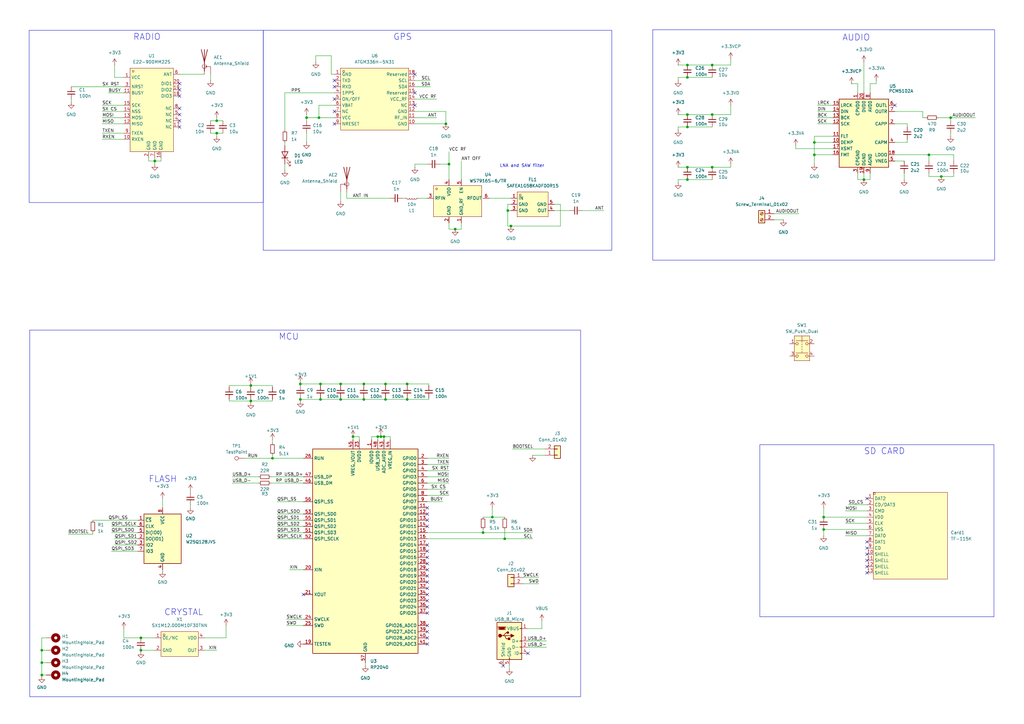
<source format=kicad_sch>
(kicad_sch (version 20231120) (generator "eeschema") (generator_version "8.0")
  (paper "A3")
  (junction (at 354.33 73.66))
  (junction (at 123.19 163.83))
  (junction (at 149.225 157.48))
  (junction (at 130.81 48.26))
  (junction (at 281.94 31.75))
  (junction (at 17.145 276.86))
  (junction (at 158.115 157.48))
  (junction (at 88.9 54.61))
  (junction (at 182.88 50.8))
  (junction (at 144.78 179.07))
  (junction (at 111.76 187.96))
  (junction (at 149.225 163.83))
  (junction (at 381 63.5))
  (junction (at 337.82 217.17))
  (junction (at 208.28 86.36))
  (junction (at 57.785 266.7))
  (junction (at 281.94 46.99))
  (junction (at 292.1 68.58))
  (junction (at 88.9 49.53))
  (junction (at 281.94 26.67))
  (junction (at 334.01 63.5))
  (junction (at 131.445 157.48))
  (junction (at 17.145 271.78))
  (junction (at 281.94 68.58))
  (junction (at 167.005 163.83))
  (junction (at 389.89 48.26))
  (junction (at 386.08 72.39))
  (junction (at 281.94 52.07))
  (junction (at 139.7 157.48))
  (junction (at 139.7 163.83))
  (junction (at 131.445 163.83))
  (junction (at 154.94 179.07))
  (junction (at 125.73 48.26))
  (junction (at 156.21 179.07))
  (junction (at 292.1 46.99))
  (junction (at 186.69 93.98))
  (junction (at 334.01 58.42))
  (junction (at 102.87 158.115))
  (junction (at 123.19 157.48))
  (junction (at 57.785 261.62))
  (junction (at 158.115 163.83))
  (junction (at 209.55 92.71))
  (junction (at 207.01 220.98))
  (junction (at 281.94 73.66))
  (junction (at 17.145 266.7))
  (junction (at 201.93 212.09))
  (junction (at 102.87 164.465))
  (junction (at 292.1 26.67))
  (junction (at 167.005 157.48))
  (junction (at 198.12 218.44))
  (junction (at 337.82 212.09))
  (junction (at 184.15 67.31))
  (junction (at 63.5 66.04))
  (junction (at 157.48 179.07))
  (no_connect (at 367.03 43.18))
  (no_connect (at 216.535 267.97))
  (no_connect (at 355.6 227.33))
  (no_connect (at 175.26 210.82))
  (no_connect (at 73.66 46.99))
  (no_connect (at 175.26 215.9))
  (no_connect (at 170.18 43.18))
  (no_connect (at 175.26 223.52))
  (no_connect (at 175.26 236.22))
  (no_connect (at 175.26 261.62))
  (no_connect (at 175.26 231.14))
  (no_connect (at 355.6 222.25))
  (no_connect (at 175.26 238.76))
  (no_connect (at 175.26 246.38))
  (no_connect (at 355.6 232.41))
  (no_connect (at 73.66 36.83))
  (no_connect (at 175.26 256.54))
  (no_connect (at 355.6 224.79))
  (no_connect (at 73.66 39.37))
  (no_connect (at 175.26 233.68))
  (no_connect (at 175.26 208.28))
  (no_connect (at 137.16 40.64))
  (no_connect (at 73.66 34.29))
  (no_connect (at 175.26 241.3))
  (no_connect (at 175.26 213.36))
  (no_connect (at 175.26 248.92))
  (no_connect (at 175.26 243.84))
  (no_connect (at 170.18 30.48))
  (no_connect (at 175.26 259.08))
  (no_connect (at 137.16 45.72))
  (no_connect (at 137.16 50.8))
  (no_connect (at 73.66 44.45))
  (no_connect (at 137.16 33.02))
  (no_connect (at 175.26 251.46))
  (no_connect (at 175.26 226.06))
  (no_connect (at 206.375 273.05))
  (no_connect (at 124.46 243.84))
  (no_connect (at 355.6 229.87))
  (no_connect (at 73.66 49.53))
  (no_connect (at 137.16 35.56))
  (no_connect (at 355.6 234.95))
  (no_connect (at 355.6 204.47))
  (no_connect (at 73.66 52.07))
  (no_connect (at 170.18 38.1))
  (no_connect (at 175.26 264.16))
  (no_connect (at 175.26 228.6))
  (wire (pts (xy 117.475 254) (xy 124.46 254)))
  (wire (pts (xy 184.15 190.5) (xy 175.26 190.5)))
  (wire (pts (xy 384.81 48.26) (xy 389.89 48.26)))
  (wire (pts (xy 209.55 81.28) (xy 200.66 81.28)))
  (wire (pts (xy 142.24 81.28) (xy 160.02 81.28)))
  (wire (pts (xy 95.25 198.12) (xy 106.045 198.12)))
  (wire (pts (xy 372.11 50.8) (xy 367.03 50.8)))
  (wire (pts (xy 335.28 43.18) (xy 341.63 43.18)))
  (wire (pts (xy 208.28 83.82) (xy 209.55 83.82)))
  (wire (pts (xy 57.785 266.7) (xy 57.785 267.335)))
  (wire (pts (xy 144.78 179.07) (xy 147.32 179.07)))
  (wire (pts (xy 389.89 48.26) (xy 389.89 49.53)))
  (wire (pts (xy 354.33 71.12) (xy 354.33 73.66)))
  (wire (pts (xy 278.13 46.99) (xy 281.94 46.99)))
  (wire (pts (xy 123.19 157.48) (xy 123.19 158.115)))
  (wire (pts (xy 50.8 38.1) (xy 44.45 38.1)))
  (wire (pts (xy 92.71 256.54) (xy 92.71 261.62)))
  (wire (pts (xy 341.63 55.88) (xy 334.01 55.88)))
  (wire (pts (xy 102.87 164.465) (xy 102.87 165.1)))
  (wire (pts (xy 113.665 220.98) (xy 124.46 220.98)))
  (wire (pts (xy 175.26 220.98) (xy 207.01 220.98)))
  (wire (pts (xy 73.66 30.48) (xy 83.82 30.48)))
  (wire (pts (xy 111.125 195.58) (xy 124.46 195.58)))
  (wire (pts (xy 391.16 71.12) (xy 391.16 72.39)))
  (wire (pts (xy 356.87 71.12) (xy 356.87 73.66)))
  (wire (pts (xy 335.28 48.26) (xy 341.63 48.26)))
  (wire (pts (xy 142.24 78.74) (xy 142.24 81.28)))
  (wire (pts (xy 41.91 48.26) (xy 50.8 48.26)))
  (wire (pts (xy 238.76 86.36) (xy 247.65 86.36)))
  (wire (pts (xy 56.515 226.06) (xy 45.72 226.06)))
  (wire (pts (xy 116.84 58.42) (xy 116.84 59.69)))
  (wire (pts (xy 367.03 63.5) (xy 381 63.5)))
  (wire (pts (xy 381 72.39) (xy 381 71.12)))
  (wire (pts (xy 184.15 203.2) (xy 175.26 203.2)))
  (wire (pts (xy 292.1 46.99) (xy 281.94 46.99)))
  (wire (pts (xy 299.72 46.99) (xy 292.1 46.99)))
  (wire (pts (xy 149.225 157.48) (xy 158.115 157.48)))
  (wire (pts (xy 184.15 67.31) (xy 180.34 67.31)))
  (wire (pts (xy 299.72 26.67) (xy 292.1 26.67)))
  (wire (pts (xy 292.1 31.75) (xy 281.94 31.75)))
  (wire (pts (xy 86.36 30.48) (xy 86.36 33.02)))
  (wire (pts (xy 111.76 158.115) (xy 111.76 158.75)))
  (wire (pts (xy 95.25 195.58) (xy 106.045 195.58)))
  (wire (pts (xy 347.98 207.01) (xy 355.6 207.01)))
  (wire (pts (xy 171.45 81.28) (xy 175.26 81.28)))
  (wire (pts (xy 184.15 198.12) (xy 175.26 198.12)))
  (wire (pts (xy 111.76 186.69) (xy 111.76 187.96)))
  (wire (pts (xy 125.73 48.26) (xy 125.73 49.53)))
  (wire (pts (xy 299.72 24.13) (xy 299.72 26.67)))
  (wire (pts (xy 299.72 68.58) (xy 299.72 67.31)))
  (wire (pts (xy 139.7 163.83) (xy 149.225 163.83)))
  (wire (pts (xy 17.145 277.495) (xy 17.145 276.86)))
  (wire (pts (xy 186.69 93.98) (xy 189.23 93.98)))
  (wire (pts (xy 184.15 62.23) (xy 184.15 67.31)))
  (wire (pts (xy 66.675 234.315) (xy 66.675 233.68)))
  (wire (pts (xy 116.84 38.1) (xy 137.16 38.1)))
  (wire (pts (xy 292.1 26.67) (xy 281.94 26.67)))
  (wire (pts (xy 189.23 66.04) (xy 189.23 73.66)))
  (wire (pts (xy 337.82 219.71) (xy 337.82 217.17)))
  (wire (pts (xy 170.18 68.58) (xy 170.18 67.31)))
  (wire (pts (xy 337.82 217.17) (xy 355.6 217.17)))
  (wire (pts (xy 139.7 157.48) (xy 139.7 158.115)))
  (wire (pts (xy 184.15 187.96) (xy 175.26 187.96)))
  (wire (pts (xy 381 66.04) (xy 381 63.5)))
  (wire (pts (xy 144.78 179.07) (xy 144.78 180.34)))
  (wire (pts (xy 229.87 92.71) (xy 209.55 92.71)))
  (wire (pts (xy 93.98 164.465) (xy 93.98 163.83)))
  (wire (pts (xy 38.1 219.075) (xy 38.1 218.44)))
  (wire (pts (xy 125.73 54.61) (xy 125.73 58.42)))
  (wire (pts (xy 334.01 58.42) (xy 334.01 63.5)))
  (wire (pts (xy 222.25 254.635) (xy 222.25 257.81)))
  (wire (pts (xy 299.72 43.18) (xy 299.72 46.99)))
  (wire (pts (xy 129.54 22.86) (xy 135.89 22.86)))
  (wire (pts (xy 198.12 217.17) (xy 198.12 218.44)))
  (wire (pts (xy 227.33 86.36) (xy 233.68 86.36)))
  (wire (pts (xy 154.94 179.07) (xy 154.94 180.34)))
  (wire (pts (xy 391.16 63.5) (xy 381 63.5)))
  (wire (pts (xy 147.32 179.07) (xy 147.32 180.34)))
  (wire (pts (xy 130.81 48.26) (xy 125.73 48.26)))
  (wire (pts (xy 281.94 68.58) (xy 292.1 68.58)))
  (wire (pts (xy 57.785 261.62) (xy 63.5 261.62)))
  (wire (pts (xy 278.13 31.75) (xy 278.13 33.02)))
  (wire (pts (xy 111.76 180.34) (xy 111.76 181.61)))
  (wire (pts (xy 123.19 156.845) (xy 123.19 157.48)))
  (wire (pts (xy 372.11 52.07) (xy 372.11 50.8)))
  (wire (pts (xy 113.665 210.82) (xy 124.46 210.82)))
  (wire (pts (xy 229.87 83.82) (xy 229.87 92.71)))
  (wire (pts (xy 389.89 48.26) (xy 400.05 48.26)))
  (wire (pts (xy 351.79 73.66) (xy 354.33 73.66)))
  (wire (pts (xy 86.36 49.53) (xy 88.9 49.53)))
  (wire (pts (xy 41.91 57.15) (xy 50.8 57.15)))
  (wire (pts (xy 278.13 26.67) (xy 281.94 26.67)))
  (wire (pts (xy 281.94 52.07) (xy 292.1 52.07)))
  (wire (pts (xy 66.675 204.47) (xy 66.675 208.28)))
  (wire (pts (xy 17.145 271.78) (xy 19.05 271.78)))
  (wire (pts (xy 111.125 198.12) (xy 124.46 198.12)))
  (wire (pts (xy 78.105 201.295) (xy 78.105 201.93)))
  (wire (pts (xy 160.02 179.07) (xy 160.02 180.34)))
  (wire (pts (xy 184.15 93.98) (xy 184.15 91.44)))
  (wire (pts (xy 102.87 158.115) (xy 102.87 158.75)))
  (wire (pts (xy 208.28 83.82) (xy 208.28 86.36)))
  (wire (pts (xy 214.63 236.855) (xy 220.98 236.855)))
  (wire (pts (xy 165.1 81.28) (xy 166.37 81.28)))
  (wire (pts (xy 38.1 213.36) (xy 56.515 213.36)))
  (wire (pts (xy 152.4 180.34) (xy 152.4 179.07)))
  (wire (pts (xy 130.81 43.18) (xy 130.81 48.26)))
  (wire (pts (xy 317.5 87.63) (xy 327.66 87.63)))
  (wire (pts (xy 113.665 215.9) (xy 124.46 215.9)))
  (wire (pts (xy 201.93 208.28) (xy 201.93 212.09)))
  (wire (pts (xy 378.46 45.72) (xy 367.03 45.72)))
  (wire (pts (xy 335.28 50.8) (xy 341.63 50.8)))
  (wire (pts (xy 335.28 45.72) (xy 341.63 45.72)))
  (wire (pts (xy 317.5 90.17) (xy 321.31 90.17)))
  (wire (pts (xy 278.13 73.66) (xy 281.94 73.66)))
  (wire (pts (xy 63.5 66.04) (xy 66.04 66.04)))
  (wire (pts (xy 184.15 73.66) (xy 184.15 67.31)))
  (wire (pts (xy 41.91 43.18) (xy 50.8 43.18)))
  (wire (pts (xy 334.01 55.88) (xy 334.01 58.42)))
  (wire (pts (xy 281.94 31.75) (xy 278.13 31.75)))
  (wire (pts (xy 102.87 158.115) (xy 111.76 158.115)))
  (wire (pts (xy 292.1 73.66) (xy 281.94 73.66)))
  (wire (pts (xy 123.19 163.83) (xy 131.445 163.83)))
  (wire (pts (xy 389.89 54.61) (xy 389.89 55.88)))
  (wire (pts (xy 227.33 83.82) (xy 229.87 83.82)))
  (wire (pts (xy 208.28 86.36) (xy 209.55 86.36)))
  (wire (pts (xy 175.26 205.74) (xy 181.61 205.74)))
  (wire (pts (xy 278.13 74.93) (xy 278.13 73.66)))
  (wire (pts (xy 17.145 271.78) (xy 17.145 266.7)))
  (wire (pts (xy 198.12 218.44) (xy 218.44 218.44)))
  (wire (pts (xy 88.9 48.26) (xy 88.9 49.53)))
  (wire (pts (xy 157.48 179.07) (xy 160.02 179.07)))
  (wire (pts (xy 60.96 66.04) (xy 63.5 66.04)))
  (wire (pts (xy 223.52 184.15) (xy 210.185 184.15)))
  (wire (pts (xy 370.84 73.66) (xy 370.84 71.12)))
  (wire (pts (xy 372.11 58.42) (xy 372.11 57.15)))
  (wire (pts (xy 175.26 200.66) (xy 182.88 200.66)))
  (wire (pts (xy 102.87 157.48) (xy 102.87 158.115)))
  (wire (pts (xy 63.5 67.31) (xy 63.5 66.04)))
  (wire (pts (xy 83.82 266.7) (xy 88.9 266.7)))
  (wire (pts (xy 175.26 218.44) (xy 198.12 218.44)))
  (wire (pts (xy 131.445 157.48) (xy 139.7 157.48)))
  (wire (pts (xy 50.8 257.81) (xy 50.8 261.62)))
  (wire (pts (xy 167.005 163.83) (xy 175.895 163.83)))
  (wire (pts (xy 158.115 163.83) (xy 158.115 163.195)))
  (wire (pts (xy 88.9 54.61) (xy 91.44 54.61)))
  (wire (pts (xy 46.99 26.67) (xy 46.99 31.75)))
  (wire (pts (xy 63.5 266.7) (xy 57.785 266.7)))
  (wire (pts (xy 131.445 163.83) (xy 131.445 163.195)))
  (wire (pts (xy 349.25 34.29) (xy 351.79 34.29)))
  (wire (pts (xy 135.89 22.86) (xy 135.89 30.48)))
  (wire (pts (xy 152.4 179.07) (xy 154.94 179.07)))
  (wire (pts (xy 346.71 209.55) (xy 355.6 209.55)))
  (wire (pts (xy 125.73 46.99) (xy 125.73 48.26)))
  (wire (pts (xy 216.535 257.81) (xy 222.25 257.81)))
  (wire (pts (xy 149.225 157.48) (xy 149.225 158.115)))
  (wire (pts (xy 149.225 163.83) (xy 158.115 163.83)))
  (wire (pts (xy 131.445 163.83) (xy 139.7 163.83)))
  (wire (pts (xy 386.08 72.39) (xy 391.16 72.39)))
  (wire (pts (xy 157.48 179.07) (xy 157.48 180.34)))
  (wire (pts (xy 156.21 179.07) (xy 157.48 179.07)))
  (wire (pts (xy 351.79 71.12) (xy 351.79 73.66)))
  (wire (pts (xy 170.18 45.72) (xy 182.88 45.72)))
  (wire (pts (xy 88.9 55.88) (xy 88.9 54.61)))
  (wire (pts (xy 113.665 205.74) (xy 124.46 205.74)))
  (wire (pts (xy 46.99 223.52) (xy 56.515 223.52)))
  (wire (pts (xy 137.16 43.18) (xy 130.81 43.18)))
  (wire (pts (xy 56.515 218.44) (xy 45.72 218.44)))
  (wire (pts (xy 102.87 164.465) (xy 102.87 163.83)))
  (wire (pts (xy 334.01 67.31) (xy 334.01 63.5)))
  (wire (pts (xy 182.88 45.72) (xy 182.88 50.8)))
  (wire (pts (xy 378.46 48.26) (xy 378.46 45.72)))
  (wire (pts (xy 17.145 276.86) (xy 17.145 271.78)))
  (wire (pts (xy 337.82 212.09) (xy 355.6 212.09)))
  (wire (pts (xy 334.01 63.5) (xy 341.63 63.5)))
  (wire (pts (xy 381 72.39) (xy 386.08 72.39)))
  (wire (pts (xy 359.41 33.02) (xy 359.41 34.29)))
  (wire (pts (xy 167.005 157.48) (xy 167.005 158.115)))
  (wire (pts (xy 111.76 187.96) (xy 124.46 187.96)))
  (wire (pts (xy 27.94 219.075) (xy 38.1 219.075)))
  (wire (pts (xy 223.52 186.69) (xy 218.44 186.69)))
  (wire (pts (xy 354.33 25.4) (xy 354.33 38.1)))
  (wire (pts (xy 46.99 220.98) (xy 56.515 220.98)))
  (wire (pts (xy 123.19 157.48) (xy 131.445 157.48)))
  (wire (pts (xy 29.21 35.56) (xy 50.8 35.56)))
  (wire (pts (xy 175.895 163.83) (xy 175.895 163.195)))
  (wire (pts (xy 139.7 78.74) (xy 139.7 82.55)))
  (wire (pts (xy 116.84 38.1) (xy 116.84 53.34)))
  (wire (pts (xy 137.16 48.26) (xy 130.81 48.26)))
  (wire (pts (xy 351.79 34.29) (xy 351.79 38.1)))
  (wire (pts (xy 201.93 212.09) (xy 207.01 212.09)))
  (wire (pts (xy 208.28 86.36) (xy 208.28 92.71)))
  (wire (pts (xy 93.98 164.465) (xy 102.87 164.465)))
  (wire (pts (xy 63.5 64.77) (xy 63.5 66.04)))
  (wire (pts (xy 346.71 219.71) (xy 355.6 219.71)))
  (wire (pts (xy 170.18 33.02) (xy 176.53 33.02)))
  (wire (pts (xy 207.01 217.17) (xy 207.01 220.98)))
  (wire (pts (xy 278.13 52.07) (xy 281.94 52.07)))
  (wire (pts (xy 60.96 66.04) (xy 60.96 64.77)))
  (wire (pts (xy 78.105 208.28) (xy 78.105 207.01)))
  (wire (pts (xy 92.71 261.62) (xy 83.82 261.62)))
  (wire (pts (xy 378.46 48.26) (xy 379.73 48.26)))
  (wire (pts (xy 175.26 193.04) (xy 184.15 193.04)))
  (wire (pts (xy 139.7 163.83) (xy 139.7 163.195)))
  (wire (pts (xy 88.9 54.61) (xy 86.36 54.61)))
  (wire (pts (xy 158.115 157.48) (xy 167.005 157.48)))
  (wire (pts (xy 123.19 163.83) (xy 123.19 163.195)))
  (wire (pts (xy 17.145 266.7) (xy 19.05 266.7)))
  (wire (pts (xy 359.41 34.29) (xy 356.87 34.29)))
  (wire (pts (xy 131.445 157.48) (xy 131.445 158.115)))
  (wire (pts (xy 117.475 256.54) (xy 124.46 256.54)))
  (wire (pts (xy 292.1 68.58) (xy 299.72 68.58)))
  (wire (pts (xy 170.18 50.8) (xy 182.88 50.8)))
  (wire (pts (xy 17.145 266.7) (xy 17.145 261.62)))
  (wire (pts (xy 129.54 25.4) (xy 129.54 22.86)))
  (wire (pts (xy 149.225 163.83) (xy 149.225 163.195)))
  (wire (pts (xy 367.03 58.42) (xy 372.11 58.42)))
  (wire (pts (xy 41.91 50.8) (xy 50.8 50.8)))
  (wire (pts (xy 93.98 158.115) (xy 93.98 158.75)))
  (wire (pts (xy 17.145 261.62) (xy 19.05 261.62)))
  (wire (pts (xy 170.18 35.56) (xy 176.53 35.56)))
  (wire (pts (xy 111.76 164.465) (xy 111.76 163.83)))
  (wire (pts (xy 50.8 261.62) (xy 57.785 261.62)))
  (wire (pts (xy 346.71 214.63) (xy 355.6 214.63)))
  (wire (pts (xy 184.15 195.58) (xy 175.26 195.58)))
  (wire (pts (xy 207.01 220.98) (xy 218.44 220.98)))
  (wire (pts (xy 113.665 218.44) (xy 124.46 218.44)))
  (wire (pts (xy 93.98 158.115) (xy 102.87 158.115)))
  (wire (pts (xy 158.115 163.83) (xy 167.005 163.83)))
  (wire (pts (xy 216.535 262.89) (xy 224.155 262.89)))
  (wire (pts (xy 189.23 93.98) (xy 189.23 91.44)))
  (wire (pts (xy 17.145 276.86) (xy 19.05 276.86)))
  (wire (pts (xy 175.895 157.48) (xy 175.895 158.115)))
  (wire (pts (xy 100.33 187.96) (xy 111.76 187.96)))
  (wire (pts (xy 102.87 164.465) (xy 111.76 164.465)))
  (wire (pts (xy 356.87 34.29) (xy 356.87 38.1)))
  (wire (pts (xy 198.12 212.09) (xy 201.93 212.09)))
  (wire (pts (xy 170.18 48.26) (xy 179.07 48.26)))
  (wire (pts (xy 56.515 215.9) (xy 45.72 215.9)))
  (wire (pts (xy 356.87 73.66) (xy 354.33 73.66)))
  (wire (pts (xy 186.69 93.98) (xy 184.15 93.98)))
  (wire (pts (xy 46.99 31.75) (xy 50.8 31.75)))
  (wire (pts (xy 337.82 208.28) (xy 337.82 212.09)))
  (wire (pts (xy 170.18 67.31) (xy 175.26 67.31)))
  (wire (pts (xy 391.16 66.04) (xy 391.16 63.5)))
  (wire (pts (xy 124.46 233.68) (xy 118.745 233.68)))
  (wire (pts (xy 149.86 273.05) (xy 149.86 271.78)))
  (wire (pts (xy 29.21 41.91) (xy 29.21 40.64)))
  (wire (pts (xy 214.63 239.395) (xy 220.98 239.395)))
  (wire (pts (xy 367.03 66.04) (xy 370.84 66.04)))
  (wire (pts (xy 41.91 54.61) (xy 50.8 54.61)))
  (wire (pts (xy 154.94 179.07) (xy 156.21 179.07)))
  (wire (pts (xy 334.01 58.42) (xy 341.63 58.42)))
  (wire (pts (xy 167.005 157.48) (xy 175.895 157.48)))
  (wire (pts (xy 66.04 66.04) (xy 66.04 64.77)))
  (wire (pts (xy 170.18 40.64) (xy 179.07 40.64)))
  (wire (pts (xy 278.13 68.58) (xy 281.94 68.58)))
  (wire (pts (xy 50.8 45.72) (xy 41.91 45.72)))
  (wire (pts (xy 326.39 60.96) (xy 341.63 60.96)))
  (wire (pts (xy 139.7 157.48) (xy 149.225 157.48)))
  (wire (pts (xy 208.28 92.71) (xy 209.55 92.71)))
  (wire (pts (xy 113.665 213.36) (xy 124.46 213.36)))
  (wire (pts (xy 116.84 67.31) (xy 116.84 69.85)))
  (wire (pts (xy 208.915 273.05) (xy 208.915 274.32)))
  (wire (pts (xy 88.9 49.53) (xy 91.44 49.53)))
  (wire (pts (xy 123.19 163.83) (xy 123.19 164.465)))
  (wire (pts (xy 216.535 265.43) (xy 224.155 265.43)))
  (wire (pts (xy 135.89 30.48) (xy 137.16 30.48)))
  (wire (pts (xy 158.115 157.48) (xy 158.115 158.115)))
  (wire (pts (xy 167.005 163.83) (xy 167.005 163.195)))
  (wire (pts (xy 156.21 178.435) (xy 156.21 179.07)))
  (wire (pts (xy 278.13 53.34) (xy 278.13 52.07)))
  (wire (pts (xy 326.39 59.69) (xy 326.39 60.96)))
  (rectangle (start 12.192 135.382) (end 238.125 285.75))
  (rectangle (start 267.716 12.192) (end 407.924 106.68))
  (rectangle (start 11.938 12.446) (end 107.95 83.058))
  (rectangle (start 311.658 182.372) (end 407.67 252.984))
  (rectangle (start 107.95 12.446) (end 250.952 102.616))
  (text "FLASH" (at 60.96 198.12 0) (effects (font (size 2.54 2.54)) (justify left bottom)))
  (text "AUDIO" (at 345.44 17.018 0) (effects (font (size 2.54 2.54)) (justify left bottom)))
  (text "SD CARD" (at 354.33 186.69 0) (effects (font (size 2.54 2.54)) (justify left bottom)))
  (text "LNA and SAW filter\n" (at 214.122 68.072 0) (effects (font (size 1.27 1.27))))
  (text "CRYSTAL" (at 67.31 252.73 0) (effects (font (size 2.54 2.54)) (justify left bottom)))
  (text "GPS\n" (at 161.29 16.764 0) (effects (font (size 2.54 2.54)) (justify left bottom)))
  (text "RADIO" (at 54.61 16.764 0) (effects (font (size 2.54 2.54)) (justify left bottom)))
  (text "MCU" (at 114.3 139.7 0) (effects (font (size 2.54 2.54)) (justify left bottom)))
  (label "QSPI_SS" (at 113.665 205.74 0))
  (label "XIN" (at 88.9 266.7 180))
  (label "QSPI_SD2" (at 113.665 215.9 0))
  (label "QSPI_SD3" (at 113.665 218.44 0))
  (label "XIN" (at 118.745 233.68 0))
  (label "MISO" (at 41.91 50.8 0))
  (label "SX CS" (at 182.88 200.66 180))
  (label "SDA" (at 218.44 218.44 180))
  (label "SWD" (at 117.475 256.54 0))
  (label "MISO" (at 184.15 198.12 180))
  (label "MOSI" (at 346.71 209.55 0))
  (label "BUSY" (at 181.61 205.74 180))
  (label "QSPI_SD3" (at 45.72 226.06 0))
  (label "MOSI" (at 41.91 48.26 0))
  (label "AUDIOOUT" (at 400.05 48.26 180))
  (label "SX CS" (at 41.91 45.72 0))
  (label "SDA" (at 176.53 35.56 180))
  (label "SX RST" (at 184.15 193.04 180))
  (label "MOSI" (at 184.15 195.58 180))
  (label "USB_D-" (at 224.155 265.43 180))
  (label "TXEN" (at 41.91 54.61 0))
  (label "QSPI_SD1" (at 113.665 213.36 0))
  (label "ANT IN" (at 151.13 81.28 180))
  (label "SX RST" (at 41.91 35.56 0))
  (label "QSPI_SDO" (at 45.72 218.44 0))
  (label "SWCLK" (at 220.98 236.855 180))
  (label "SCL" (at 176.53 33.02 180))
  (label "QSPI_SDO" (at 113.665 210.82 0))
  (label "SCK" (at 184.15 203.2 180))
  (label "RP USB_D+" (at 113.03 195.58 0))
  (label "BOOTSEL" (at 210.185 184.15 0))
  (label "ANT" (at 179.07 48.26 180))
  (label "BOOTSEL" (at 27.94 219.075 0))
  (label "ANT" (at 247.65 86.36 180))
  (label "TXEN" (at 184.15 190.5 180))
  (label "RXEN" (at 41.91 57.15 0))
  (label "LRCK" (at 335.28 43.18 0))
  (label "PPS" (at 119.38 38.1 0))
  (label "VCC RF" (at 179.07 40.64 180))
  (label "SCK" (at 335.28 50.8 0))
  (label "DIN" (at 335.28 45.72 0))
  (label "RUN" (at 101.6 187.96 0))
  (label "USB_D+" (at 95.25 195.58 0))
  (label "SWCLK" (at 117.475 254 0))
  (label "RXEN" (at 184.15 187.96 180))
  (label "VCC RF" (at 184.15 62.23 0))
  (label "SCK" (at 41.91 43.18 0))
  (label "SWD" (at 220.98 239.395 180))
  (label "BUSY" (at 44.45 38.1 0))
  (label "QSPI_SCLK" (at 113.665 220.98 0))
  (label "SCL" (at 218.44 220.98 180))
  (label "SD_CS" (at 347.98 207.01 0))
  (label "MISO" (at 346.71 219.71 0))
  (label "RP USB_D-" (at 113.03 198.12 0))
  (label "BCK" (at 335.28 48.26 0))
  (label "QSPI_SD1" (at 46.99 220.98 0))
  (label "QSPI_SCLK" (at 45.72 215.9 0))
  (label "USB_D+" (at 224.155 262.89 180))
  (label "USB_D-" (at 95.25 198.12 0))
  (label "QSPI_SS" (at 44.45 213.36 0))
  (label "SCK" (at 346.71 214.63 0))
  (label "AUDIOOUT" (at 327.66 87.63 180))
  (label "ANT OFF" (at 189.23 66.04 0))
  (label "QSPI_SD2" (at 46.99 223.52 0))
  (symbol (lib_name "GND_1") (lib_id "power:GND") (at 386.08 72.39 0) (unit 1)
    (property "Reference" "#PWR039" (effects (hide yes)))
    (property "Value" "GND" (at 386.08 77.47 0))
    (property "Description" "Power symbol creates a global label with name \"GND\" , ground" (effects (hide yes)))
  )
  (symbol (lib_name "GND_5") (lib_id "power:GND") (at 88.9 55.88 0) (unit 1)
    (property "Reference" "#PWR08" (effects (hide yes)))
    (property "Value" "GND" (at 88.9 60.96 0))
    (property "Description" "Power symbol creates a global label with name \"GND\" , ground" (effects (hide yes)))
  )
  (symbol (lib_name "GND_1") (lib_id "power:GND") (at 278.13 74.93 0) (unit 1)
    (property "Reference" "#PWR053" (effects (hide yes)))
    (property "Value" "GND" (at 278.13 80.01 0))
    (property "Description" "Power symbol creates a global label with name \"GND\" , ground" (effects (hide yes)))
  )
  (symbol (lib_name "GND_2") (lib_id "power:GND") (at 182.88 50.8 0) (unit 1)
    (property "Reference" "#PWR036" (effects (hide yes)))
    (property "Value" "GND" (at 182.88 55.88 0))
    (property "Description" "Power symbol creates a global label with name \"GND\" , ground" (effects (hide yes)))
  )
  (symbol (lib_id "Mechanical:MountingHole_Pad") (at 21.59 276.86 270) (unit 1) (exclude_from_sim yes) (in_bom no)
    (property "Reference" "H4" (at 25.4 276.225 90) (effects (justify left)))
    (property "Value" "MountingHole_Pad" (at 25.4 278.765 90) (effects (justify left)))
    (property "Footprint" "MountingHole:MountingHole_3.2mm_M3_DIN965_Pad" (effects (hide yes)))
  )
  (symbol (lib_id "Device:R_Small") (at 207.01 214.63 0) (unit 1)
    (property "Reference" "R6" (at 209.55 213.995 0) (effects (justify left)))
    (property "Value" "5.1k" (at 209.55 216.535 0) (effects (justify left)))
    (property "Footprint" "Resistor_SMD:R_0402_1005Metric" (effects (hide yes)))
    (property "LCSC Part" "C25905" (effects (hide yes)))
  )
  (symbol (lib_id "Mechanical:MountingHole_Pad") (at 21.59 261.62 270) (unit 1) (exclude_from_sim yes) (in_bom no)
    (property "Reference" "H1" (at 25.4 260.985 90) (effects (justify left)))
    (property "Value" "MountingHole_Pad" (at 25.4 263.525 90) (effects (justify left)))
    (property "Footprint" "MountingHole:MountingHole_3.2mm_M3_DIN965_Pad" (effects (hide yes)))
  )
  (symbol (lib_id "power:+3.3VADC") (at 299.72 24.13 0) (unit 1)
    (property "Reference" "#PWR048" (effects (hide yes)))
    (property "Value" "+3.3VCP" (at 299.72 19.05 0))
    (property "Description" "Power symbol creates a global label with name \"+3.3VADC\"" (effects (hide yes)))
  )
  (symbol (lib_name "GND_2") (lib_id "power:GND") (at 125.73 58.42 0) (unit 1)
    (property "Reference" "#PWR032" (effects (hide yes)))
    (property "Value" "GND" (at 125.73 63.5 0))
    (property "Description" "Power symbol creates a global label with name \"GND\" , ground" (effects (hide yes)))
  )
  (symbol (lib_name "GND_3") (lib_id "power:GND") (at 321.31 90.17 0) (unit 1)
    (property "Reference" "#PWR055" (effects (hide yes)))
    (property "Value" "GND" (at 321.31 95.25 0))
    (property "Description" "Power symbol creates a global label with name \"GND\" , ground" (effects (hide yes)))
  )
  (symbol (lib_id "Connector_Generic:Conn_01x02") (at 209.55 236.855 0) (mirror y) (unit 1) (in_bom no)
    (property "Reference" "J2" (at 209.55 231.14 0))
    (property "Value" "Conn_01x02" (at 209.55 233.68 0))
    (property "Footprint" "Jumper:SolderJumper-2_P1.3mm_Open_Pad1.0x1.5mm" (effects (hide yes)))
  )
  (symbol (lib_id "Device:C_Small") (at 175.895 160.655 0) (unit 1)
    (property "Reference" "C15" (at 178.435 160.0263 0) (effects (justify left)))
    (property "Value" "100n" (at 178.435 162.5663 0) (effects (justify left)))
    (property "Footprint" "Capacitor_SMD:C_0402_1005Metric" (effects (hide yes)))
    (property "LCSC Part" "C1525" (effects (hide yes)))
  )
  (symbol (lib_id ".kicad_sym:E22-400MM22S") (at 62.23 41.91 0) (unit 1) (in_bom no)
    (property "Reference" "U1" (at 62.23 22.86 0))
    (property "Value" "E22-900MM22S" (at 62.23 25.4 0))
    (property "Footprint" ".pretty:WIRELM-SMD_E22-400MM22S" (effects (hide yes)))
    (property "Datasheet" "https://www.cdebyte.com/pdf-down.aspx?id=2853" (effects (hide yes)))
  )
  (symbol (lib_id "power:+1V1") (at 102.87 157.48 0) (unit 1)
    (property "Reference" "#PWR015" (effects (hide yes)))
    (property "Value" "+1V1" (at 102.87 154.305 0))
  )
  (symbol (lib_name "GND_4") (lib_id "power:GND") (at 139.7 82.55 0) (unit 1)
    (property "Reference" "#PWR037" (effects (hide yes)))
    (property "Value" "GND" (at 139.7 87.63 0))
    (property "Description" "Power symbol creates a global label with name \"GND\" , ground" (effects (hide yes)))
  )
  (symbol (lib_name "GND_1") (lib_id "power:GND") (at 389.89 55.88 0) (unit 1)
    (property "Reference" "#PWR052" (effects (hide yes)))
    (property "Value" "GND" (at 389.89 60.96 0))
    (property "Description" "Power symbol creates a global label with name \"GND\" , ground" (effects (hide yes)))
  )
  (symbol (lib_id "power:GND") (at 124.46 264.16 270) (unit 1)
    (property "Reference" "#PWR020" (effects (hide yes)))
    (property "Value" "GND" (at 120.65 264.795 90) (effects (justify right)))
  )
  (symbol (lib_id "power:GND") (at 208.915 274.32 0) (unit 1)
    (property "Reference" "#PWR025" (effects (hide yes)))
    (property "Value" "GND" (at 208.915 279.4 0))
  )
  (symbol (lib_id "Device:C_Small") (at 337.82 214.63 0) (mirror y) (unit 1)
    (property "Reference" "C31" (at 335.28 214.0013 0) (effects (justify left)))
    (property "Value" "1u" (at 335.28 216.5413 0) (effects (justify left)))
    (property "Footprint" "Capacitor_SMD:C_0402_1005Metric" (effects (hide yes)))
    (property "LCSC Part" "C52923" (effects (hide yes)))
  )
  (symbol (lib_name "GND_1") (lib_id "power:GND") (at 370.84 73.66 0) (unit 1)
    (property "Reference" "#PWR040" (effects (hide yes)))
    (property "Value" "GND" (at 370.84 78.74 0))
    (property "Description" "Power symbol creates a global label with name \"GND\" , ground" (effects (hide yes)))
  )
  (symbol (lib_name "WS7916S-6_TR_1") (lib_id ".kicad_sym:WS7916S-6_TR") (at 186.69 81.28 0) (unit 1)
    (property "Reference" "U4" (at 200.152 71.628 0))
    (property "Value" "WS7916S-6/TR" (at 200.152 74.168 0))
    (property "Footprint" ".pretty:DFN-6_L1.5-W1.0-P0.50-BL" (effects (hide yes)))
    (property "Datasheet" "https://lcsc.com/product-detail/Low-Noise-OpAmps_WILLSEMI-Will-Semicon-WS7916S-6-TR_C506127.html" (effects (hide yes)))
    (property "LCSC Part" "C506127" (effects (hide yes)))
  )
  (symbol (lib_id "Device:Antenna_Shield") (at 142.24 73.66 0) (mirror y) (unit 1)
    (property "Reference" "AE2" (at 138.43 71.7549 0) (effects (justify left)))
    (property "Value" "Antenna_Shield" (at 138.43 74.2949 0) (effects (justify left)))
    (property "Footprint" ".pretty:ANT-SMD_1909763-1" (effects (hide yes)))
    (property "Description" "Antenna with extra pin for shielding" (effects (hide yes)))
  )
  (symbol (lib_name "GND_4") (lib_id "power:GND") (at 29.21 41.91 0) (unit 1)
    (property "Reference" "#PWR01" (effects (hide yes)))
    (property "Value" "GND" (at 29.21 46.99 0))
    (property "Description" "Power symbol creates a global label with name \"GND\" , ground" (effects (hide yes)))
  )
  (symbol (lib_id "Device:C_Small") (at 93.98 161.29 0) (unit 1)
    (property "Reference" "C6" (at 96.52 160.6613 0) (effects (justify left)))
    (property "Value" "100n" (at 96.52 163.2013 0) (effects (justify left)))
    (property "Footprint" "Capacitor_SMD:C_0402_1005Metric" (effects (hide yes)))
    (property "LCSC Part" "C1525" (effects (hide yes)))
  )
  (symbol (lib_id "Device:C_Small") (at 111.76 161.29 0) (unit 1)
    (property "Reference" "C8" (at 114.3 160.6613 0) (effects (justify left)))
    (property "Value" "1u" (at 114.3 163.2013 0) (effects (justify left)))
    (property "Footprint" "Capacitor_SMD:C_0402_1005Metric" (effects (hide yes)))
    (property "LCSC Part" "C52923" (effects (hide yes)))
  )
  (symbol (lib_id "Device:C_Small") (at 86.36 52.07 0) (mirror y) (unit 1)
    (property "Reference" "C2" (at 83.82 51.4413 0) (effects (justify left)))
    (property "Value" "10n" (at 83.82 53.9813 0) (effects (justify left)))
    (property "Footprint" "Capacitor_SMD:C_0402_1005Metric" (effects (hide yes)))
    (property "LCSC Part" "C15195" (effects (hide yes)))
  )
  (symbol (lib_id "power:+3.3VA") (at 359.41 33.02 0) (unit 1)
    (property "Reference" "#PWR041" (effects (hide yes)))
    (property "Value" "+3.3VA" (at 359.41 27.94 0))
    (property "Description" "Power symbol creates a global label with name \"+3.3VA\"" (effects (hide yes)))
  )
  (symbol (lib_name "GND_1") (lib_id "power:GND") (at 354.33 73.66 0) (unit 1)
    (property "Reference" "#PWR031" (effects (hide yes)))
    (property "Value" "GND" (at 354.33 78.74 0))
    (property "Description" "Power symbol creates a global label with name \"GND\" , ground" (effects (hide yes)))
  )
  (symbol (lib_id "power:GND") (at 123.19 164.465 0) (unit 1)
    (property "Reference" "#PWR019" (effects (hide yes)))
    (property "Value" "GND" (at 123.19 168.91 0))
  )
  (symbol (lib_id "Device:L_Small") (at 168.91 81.28 90) (mirror x) (unit 1)
    (property "Reference" "L1" (at 168.91 86.36 90))
    (property "Value" "10n" (at 168.91 83.82 90))
    (property "Footprint" "Inductor_SMD:L_0402_1005Metric" (effects (hide yes)))
    (property "Description" "Inductor, small symbol" (effects (hide yes)))
    (property "LCSC Part" "C27147" (effects (hide yes)))
  )
  (symbol (lib_id "Device:R_Small") (at 108.585 195.58 90) (unit 1)
    (property "Reference" "R2" (at 108.585 190.5 90))
    (property "Value" "22R" (at 108.585 193.04 90))
    (property "Footprint" "Resistor_SMD:R_0402_1005Metric" (effects (hide yes)))
    (property "LCSC Part" "C25092" (effects (hide yes)))
  )
  (symbol (lib_id "Device:C_Small") (at 391.16 68.58 0) (unit 1)
    (property "Reference" "C22" (at 393.7 67.9513 0) (effects (justify left)))
    (property "Value" "10u" (at 393.7 70.104 0) (effects (justify left)))
    (property "Footprint" "Capacitor_SMD:C_0603_1608Metric" (effects (hide yes)))
    (property "LCSC Part" "C96446" (effects (hide yes)))
  )
  (symbol (lib_name "GND_1") (lib_id "power:GND") (at 334.01 67.31 0) (unit 1)
    (property "Reference" "#PWR038" (effects (hide yes)))
    (property "Value" "GND" (at 334.01 72.39 0))
    (property "Description" "Power symbol creates a global label with name \"GND\" , ground" (effects (hide yes)))
  )
  (symbol (lib_id "Device:C_Small") (at 162.56 81.28 90) (unit 1)
    (property "Reference" "C17" (at 162.5663 74.93 90))
    (property "Value" "1n" (at 162.5663 77.47 90))
    (property "Footprint" "Capacitor_SMD:C_0402_1005Metric" (effects (hide yes)))
    (property "Description" "Unpolarized capacitor, small symbol" (effects (hide yes)))
    (property "LCSC Part" "C1523" (effects (hide yes)))
  )
  (symbol (lib_id "power:+3V3") (at 78.105 201.295 0) (unit 1)
    (property "Reference" "#PWR012" (effects (hide yes)))
    (property "Value" "+3V3" (at 78.105 196.215 0))
  )
  (symbol (lib_id "Device:C_Small") (at 91.44 52.07 0) (unit 1)
    (property "Reference" "C3" (at 93.98 51.4413 0) (effects (justify left)))
    (property "Value" "10u" (at 93.98 53.9813 0) (effects (justify left)))
    (property "Footprint" "Capacitor_SMD:C_0603_1608Metric" (effects (hide yes)))
    (property "LCSC Part" "C96446" (effects (hide yes)))
  )
  (symbol (lib_id "power:VBUS") (at 222.25 254.635 0) (unit 1)
    (property "Reference" "#PWR027" (effects (hide yes)))
    (property "Value" "VBUS" (at 222.25 249.555 0))
  )
  (symbol (lib_id "power:GND") (at 57.785 267.335 0) (mirror y) (unit 1)
    (property "Reference" "#PWR09" (effects (hide yes)))
    (property "Value" "GND" (at 57.785 271.78 0))
  )
  (symbol (lib_name "GND_1") (lib_id "power:GND") (at 278.13 53.34 0) (unit 1)
    (property "Reference" "#PWR051" (effects (hide yes)))
    (property "Value" "GND" (at 278.13 58.42 0))
    (property "Description" "Power symbol creates a global label with name \"GND\" , ground" (effects (hide yes)))
  )
  (symbol (lib_name "GND_4") (lib_id "power:GND") (at 63.5 67.31 0) (unit 1)
    (property "Reference" "#PWR05" (effects (hide yes)))
    (property "Value" "GND" (at 63.5 72.39 0))
    (property "Description" "Power symbol creates a global label with name \"GND\" , ground" (effects (hide yes)))
  )
  (symbol (lib_id "Connector:Screw_Terminal_01x02") (at 312.42 87.63 0) (mirror y) (unit 1)
    (property "Reference" "J4" (at 312.42 81.28 0))
    (property "Value" "Screw_Terminal_01x02" (at 312.42 83.82 0))
    (property "Description" "Generic screw terminal, single row, 01x02, script generated (kicad-library-utils/schlib/autogen/connector/)" (effects (hide yes)))
  )
  (symbol (lib_name "GND_6") (lib_id "power:GND") (at 337.82 219.71 0) (unit 1)
    (property "Reference" "#PWR057" (effects (hide yes)))
    (property "Value" "GND" (at 337.82 224.79 0))
    (property "Description" "Power symbol creates a global label with name \"GND\" , ground" (effects (hide yes)))
  )
  (symbol (lib_name "+3V3_4") (lib_id "power:+3V3") (at 201.93 208.28 0) (unit 1)
    (property "Reference" "#PWR024" (effects (hide yes)))
    (property "Value" "+3V3" (at 201.93 203.2 0))
    (property "Description" "Power symbol creates a global label with name \"+3V3\"" (effects (hide yes)))
  )
  (symbol (lib_id "Memory_Flash:W25Q128JVS") (at 66.675 220.98 0) (unit 1)
    (property "Reference" "U2" (at 76.2 219.71 0) (effects (justify left)))
    (property "Value" "W25Q128JVS" (at 76.2 222.25 0) (effects (justify left)))
    (property "Footprint" "Package_SO:SOIC-8_5.23x5.23mm_P1.27mm" (effects (hide yes)))
    (property "Datasheet" "http://www.winbond.com/resource-files/w25q128jv_dtr%20revc%2003272018%20plus.pdf" (effects (hide yes)))
    (property "LCSC Part" "C97521" (effects (hide yes)))
  )
  (symbol (lib_name "GND_2") (lib_id "power:GND") (at 129.54 25.4 0) (unit 1)
    (property "Reference" "#PWR028" (effects (hide yes)))
    (property "Value" "GND" (at 129.54 30.48 0))
    (property "Description" "Power symbol creates a global label with name \"GND\" , ground" (effects (hide yes)))
  )
  (symbol (lib_id "power:GND") (at 149.86 273.05 0) (unit 1)
    (property "Reference" "#PWR022" (effects (hide yes)))
    (property "Value" "GND" (at 149.86 278.13 0))
  )
  (symbol (lib_name "GND_1") (lib_id "power:GND") (at 209.55 92.71 0) (unit 1)
    (property "Reference" "#PWR035" (effects (hide yes)))
    (property "Value" "GND" (at 209.55 97.79 0))
    (property "Description" "Power symbol creates a global label with name \"GND\" , ground" (effects (hide yes)))
  )
  (symbol (lib_id "Device:C_Small") (at 389.89 52.07 0) (unit 1)
    (property "Reference" "C30" (at 392.43 50.8062 0) (effects (justify left)))
    (property "Value" "2u2" (at 392.43 53.3462 0) (effects (justify left)))
    (property "Description" "Unpolarized capacitor, small symbol" (effects (hide yes)))
  )
  (symbol (lib_name "GND_4") (lib_id "power:GND") (at 116.84 69.85 0) (unit 1)
    (property "Reference" "#PWR029" (effects (hide yes)))
    (property "Value" "GND" (at 116.84 74.93 0))
    (property "Description" "Power symbol creates a global label with name \"GND\" , ground" (effects (hide yes)))
  )
  (symbol (lib_id "power:GND") (at 17.145 277.495 0) (unit 1)
    (property "Reference" "#PWR02" (effects (hide yes)))
    (property "Value" "GND" (at 17.145 281.94 0))
  )
  (symbol (lib_id "Device:C_Small") (at 123.19 160.655 0) (unit 1)
    (property "Reference" "C9" (at 125.73 160.0263 0) (effects (justify left)))
    (property "Value" "1u" (at 125.73 162.5663 0) (effects (justify left)))
    (property "Footprint" "Capacitor_SMD:C_0402_1005Metric" (effects (hide yes)))
    (property "LCSC Part" "C52923" (effects (hide yes)))
  )
  (symbol (lib_id "power:+3V3") (at 111.76 180.34 0) (unit 1)
    (property "Reference" "#PWR017" (effects (hide yes)))
    (property "Value" "+3V3" (at 111.76 176.53 0))
  )
  (symbol (lib_id "Device:C_Small") (at 57.785 264.16 0) (unit 1)
    (property "Reference" "C4" (at 50.165 262.89 0) (effects (justify left)))
    (property "Value" "100n" (at 50.165 265.43 0) (effects (justify left)))
    (property "Footprint" "Capacitor_SMD:C_0402_1005Metric" (effects (hide yes)))
    (property "LCSC Part" "C1525" (effects (hide yes)))
  )
  (symbol (lib_id "Connector_Generic:Conn_01x02") (at 228.6 186.69 0) (mirror x) (unit 1) (in_bom no)
    (property "Reference" "J3" (at 228.6 177.8 0))
    (property "Value" "Conn_01x02" (at 226.695 180.34 0))
    (property "Footprint" "Jumper:SolderJumper-2_P1.3mm_Open_RoundedPad1.0x1.5mm" (effects (hide yes)))
  )
  (symbol (lib_id "power:+3V3") (at 123.19 156.845 0) (unit 1)
    (property "Reference" "#PWR018" (effects (hide yes)))
    (property "Value" "+3V3" (at 123.19 153.67 0))
  )
  (symbol (lib_id "Device:C_Small") (at 158.115 160.655 0) (unit 1)
    (property "Reference" "C13" (at 160.655 160.0263 0) (effects (justify left)))
    (property "Value" "100n" (at 160.655 162.5663 0) (effects (justify left)))
    (property "Footprint" "Capacitor_SMD:C_0402_1005Metric" (effects (hide yes)))
    (property "LCSC Part" "C1525" (effects (hide yes)))
  )
  (symbol (lib_id "Device:C_Small") (at 125.73 52.07 0) (unit 1)
    (property "Reference" "C16" (at 128.27 51.4413 0) (effects (justify left)))
    (property "Value" "10u" (at 128.27 53.9813 0) (effects (justify left)))
    (property "Footprint" "Capacitor_SMD:C_0603_1608Metric" (effects (hide yes)))
    (property "LCSC Part" "C96446" (effects (hide yes)))
  )
  (symbol (lib_id "Device:C_Small") (at 281.94 49.53 0) (unit 1)
    (property "Reference" "C28" (at 285.115 48.2663 0) (effects (justify left)))
    (property "Value" "100n" (at 285.115 50.8063 0) (effects (justify left)))
    (property "Footprint" "Capacitor_SMD:C_0402_1005Metric" (effects (hide yes)))
    (property "LCSC Part" "C1525" (effects (hide yes)))
  )
  (symbol (lib_id "Device:C_Small") (at 149.225 160.655 0) (unit 1)
    (property "Reference" "C12" (at 151.765 160.0263 0) (effects (justify left)))
    (property "Value" "100n" (at 151.765 162.5663 0) (effects (justify left)))
    (property "Footprint" "Capacitor_SMD:C_0402_1005Metric" (effects (hide yes)))
    (property "LCSC Part" "C1525" (effects (hide yes)))
  )
  (symbol (lib_id "MCU_RaspberryPi:RP2040") (at 149.86 226.06 0) (unit 1)
    (property "Reference" "U3" (at 151.8159 271.145 0) (effects (justify left)))
    (property "Value" "RP2040" (at 151.8159 273.685 0) (effects (justify left)))
    (property "Footprint" "Package_DFN_QFN:QFN-56-1EP_7x7mm_P0.4mm_EP3.2x3.2mm" (effects (hide yes)))
    (property "Datasheet" "https://datasheets.raspberrypi.com/rp2040/rp2040-datasheet.pdf" (effects (hide yes)))
    (property "LCSC Part" "C2040" (effects (hide yes)))
  )
  (symbol (lib_name "GND_5") (lib_id "power:GND") (at 86.36 33.02 0) (unit 1)
    (property "Reference" "#PWR06" (effects (hide yes)))
    (property "Value" "GND" (at 86.36 38.1 0))
    (property "Description" "Power symbol creates a global label with name \"GND\" , ground" (effects (hide yes)))
  )
  (symbol (lib_id "power:+3.3VA") (at 326.39 59.69 0) (unit 1)
    (property "Reference" "#PWR050" (effects (hide yes)))
    (property "Value" "+3.3VA" (at 326.39 54.61 0))
    (property "Description" "Power symbol creates a global label with name \"+3.3VA\"" (effects (hide yes)))
  )
  (symbol (lib_id "Device:C_Small") (at 281.94 71.12 0) (unit 1)
    (property "Reference" "C24" (at 285.115 69.8563 0) (effects (justify left)))
    (property "Value" "100n" (at 285.115 72.3963 0) (effects (justify left)))
    (property "Footprint" "Capacitor_SMD:C_0402_1005Metric" (effects (hide yes)))
    (property "LCSC Part" "C1525" (effects (hide yes)))
  )
  (symbol (lib_id "Device:C_Small") (at 381 68.58 0) (unit 1)
    (property "Reference" "C23" (at 384.175 67.3163 0) (effects (justify left)))
    (property "Value" "100n" (at 384.175 69.8563 0) (effects (justify left)))
    (property "Footprint" "Capacitor_SMD:C_0402_1005Metric" (effects (hide yes)))
    (property "LCSC Part" "C1525" (effects (hide yes)))
  )
  (symbol (lib_id "Device:C_Small") (at 372.11 54.61 0) (unit 1)
    (property "Reference" "C20" (at 374.65 53.3462 0) (effects (justify left)))
    (property "Value" "2u2" (at 374.65 55.8862 0) (effects (justify left)))
    (property "Description" "Unpolarized capacitor, small symbol" (effects (hide yes)))
  )
  (symbol (lib_id "Mechanical:MountingHole_Pad") (at 21.59 266.7 270) (unit 1) (exclude_from_sim yes) (in_bom no)
    (property "Reference" "H2" (at 25.4 266.065 90) (effects (justify left)))
    (property "Value" "MountingHole_Pad" (at 25.4 268.605 90) (effects (justify left)))
    (property "Footprint" "MountingHole:MountingHole_3.2mm_M3_DIN965_Pad" (effects (hide yes)))
  )
  (symbol (lib_id "Device:C_Small") (at 292.1 29.21 0) (unit 1)
    (property "Reference" "C27" (at 294.64 28.5813 0) (effects (justify left)))
    (property "Value" "10u" (at 294.64 30.734 0) (effects (justify left)))
    (property "Footprint" "Capacitor_SMD:C_0603_1608Metric" (effects (hide yes)))
    (property "LCSC Part" "C96446" (effects (hide yes)))
  )
  (symbol (lib_id "Device:C_Small") (at 281.94 29.21 0) (unit 1)
    (property "Reference" "C26" (at 285.115 27.9463 0) (effects (justify left)))
    (property "Value" "100n" (at 285.115 30.4863 0) (effects (justify left)))
    (property "Footprint" "Capacitor_SMD:C_0402_1005Metric" (effects (hide yes)))
    (property "LCSC Part" "C1525" (effects (hide yes)))
  )
  (symbol (lib_id "Device:C_Small") (at 292.1 71.12 0) (unit 1)
    (property "Reference" "C25" (at 294.64 70.4913 0) (effects (justify left)))
    (property "Value" "10u" (at 294.64 72.644 0) (effects (justify left)))
    (property "Footprint" "Capacitor_SMD:C_0603_1608Metric" (effects (hide yes)))
    (property "LCSC Part" "C96446" (effects (hide yes)))
  )
  (symbol (lib_id "Connector:TestPoint") (at 100.33 187.96 90) (unit 1) (in_bom no)
    (property "Reference" "TP1" (at 97.028 182.88 90))
    (property "Value" "TestPoint" (at 97.028 185.42 90))
    (property "Footprint" "TestPoint:TestPoint_Pad_1.0x1.0mm" (effects (hide yes)))
    (property "Description" "test point" (effects (hide yes)))
  )
  (symbol (lib_name "+3V3_1") (lib_id "power:+3V3") (at 278.13 46.99 0) (unit 1)
    (property "Reference" "#PWR045" (effects (hide yes)))
    (property "Value" "+3V3" (at 278.13 41.91 0))
    (property "Description" "Power symbol creates a global label with name \"+3V3\"" (effects (hide yes)))
  )
  (symbol (lib_id "Device:R_Small") (at 111.76 184.15 0) (unit 1)
    (property "Reference" "R4" (at 114.3 183.515 0) (effects (justify left)))
    (property "Value" "5.1k" (at 114.3 186.055 0) (effects (justify left)))
    (property "Footprint" "Resistor_SMD:R_0402_1005Metric" (effects (hide yes)))
    (property "LCSC Part" "C25905" (effects (hide yes)))
  )
  (symbol (lib_name "+3V3_1") (lib_id "power:+3V3") (at 88.9 48.26 0) (unit 1)
    (property "Reference" "#PWR07" (effects (hide yes)))
    (property "Value" "+3V3" (at 88.9 43.18 0))
    (property "Description" "Power symbol creates a global label with name \"+3V3\"" (effects (hide yes)))
  )
  (symbol (lib_id "power:+3V3") (at 66.675 204.47 0) (unit 1)
    (property "Reference" "#PWR010" (effects (hide yes)))
    (property "Value" "+3V3" (at 66.675 199.39 0))
  )
  (symbol (lib_id "Switch:SW_Push_Dual") (at 328.93 143.51 0) (unit 1)
    (property "Reference" "SW1" (at 328.93 133.35 0))
    (property "Value" "SW_Push_Dual" (at 328.93 135.89 0))
    (property "Footprint" ".pretty:SW-TH_4P-L6.0-W6.0-P4.50-LS6.5" (effects (hide yes)))
    (property "Description" "Push button switch, generic, symbol, four pins" (effects (hide yes)))
  )
  (symbol (lib_id "power:+3.3V") (at 354.33 25.4 0) (unit 1)
    (property "Reference" "#PWR042" (effects (hide yes)))
    (property "Value" "+3.3VD" (at 354.33 20.32 0))
    (property "Description" "Power symbol creates a global label with name \"+3.3V\"" (effects (hide yes)))
  )
  (symbol (lib_id "Device:R_Small") (at 198.12 214.63 0) (unit 1)
    (property "Reference" "R5" (at 200.66 213.995 0) (effects (justify left)))
    (property "Value" "5.1k" (at 200.66 216.535 0) (effects (justify left)))
    (property "Footprint" "Resistor_SMD:R_0402_1005Metric" (effects (hide yes)))
    (property "LCSC Part" "C25905" (effects (hide yes)))
  )
  (symbol (lib_id "Device:C_Small") (at 102.87 161.29 0) (unit 1)
    (property "Reference" "C7" (at 105.41 160.6613 0) (effects (justify left)))
    (property "Value" "100n" (at 105.41 163.2013 0) (effects (justify left)))
    (property "Footprint" "Capacitor_SMD:C_0402_1005Metric" (effects (hide yes)))
    (property "LCSC Part" "C1525" (effects (hide yes)))
  )
  (symbol (lib_id "Device:R_Small") (at 108.585 198.12 270) (unit 1)
    (property "Reference" "R3" (at 108.585 202.565 90))
    (property "Value" "22R" (at 108.585 200.66 90))
    (property "Footprint" "Resistor_SMD:R_0402_1005Metric" (effects (hide yes)))
    (property "LCSC Part" "C25092" (effects (hide yes)))
  )
  (symbol (lib_id "Device:Antenna_Shield") (at 83.82 25.4 0) (unit 1)
    (property "Reference" "AE1" (at 87.63 23.4949 0) (effects (justify left)))
    (property "Value" "Antenna_Shield" (at 87.63 26.0349 0) (effects (justify left)))
    (property "Footprint" ".pretty:CONN-SMD_KH-SMA-KE8-G" (effects (hide yes)))
    (property "Description" "Antenna with extra pin for shielding" (effects (hide yes)))
    (property "LCSC Part" "C530661" (effects (hide yes)))
  )
  (symbol (lib_id "power:+3.3VADC") (at 349.25 34.29 0) (unit 1)
    (property "Reference" "#PWR043" (effects (hide yes)))
    (property "Value" "+3.3VCP" (at 349.25 29.21 0))
    (property "Description" "Power symbol creates a global label with name \"+3.3VADC\"" (effects (hide yes)))
  )
  (symbol (lib_id "Audio:PCM5102A") (at 354.33 53.34 0) (unit 1)
    (property "Reference" "U5" (at 364.744 35.306 0) (effects (justify left)))
    (property "Value" "PCM5102A" (at 364.49 37.338 0) (effects (justify left)))
    (property "Footprint" "Package_SO:TSSOP-20_4.4x6.5mm_P0.65mm" (effects (hide yes)))
    (property "Datasheet" "https://www.ti.com/lit/ds/symlink/pcm5102a.pdf" (effects (hide yes)))
    (property "Description" "2.1 VRMS, 112dB Audio Stereo DAC with PLL and 32-bit, 384kHz PCM Interface, TSSOP-20" (effects (hide yes)))
  )
  (symbol (lib_id "Device:R_Small") (at 38.1 215.9 0) (unit 1)
    (property "Reference" "R1" (at 40.005 215.265 0) (effects (justify left)))
    (property "Value" "1k" (at 40.005 217.805 0) (effects (justify left)))
    (property "Footprint" "Resistor_SMD:R_0402_1005Metric" (effects (hide yes)))
    (property "LCSC Part" "C11702" (effects (hide yes)))
  )
  (symbol (lib_id ".kicad_sym:TF-115K") (at 372.11 219.71 0) (unit 1)
    (property "Reference" "Card1" (at 389.89 218.4399 0) (effects (justify left)))
    (property "Value" "TF-115K" (at 389.89 220.9799 0) (effects (justify left)))
    (property "Footprint" ".pretty:TF-SMD_TF-115K" (effects (hide yes)))
    (property "Datasheet" "https://lcsc.com/product-detail/Connector-Card-Sockets_XUNPU-TF-115K_C266621.html" (effects (hide yes)))
    (property "LCSC Part" "C266621" (effects (hide yes)))
  )
  (symbol (lib_id "easyeda2kicad:SX1M12.000M10F30TNN") (at 73.66 264.16 0) (unit 1)
    (property "Reference" "X1" (at 73.66 254 0))
    (property "Value" "SX1M12.000M10F30TNN" (at 73.66 256.54 0))
    (property "Footprint" "easyeda2kicad:OSC-SMD_4P-L2.0-W1.6-BL" (effects (hide yes)))
    (property "LCSC Part" "C2901608" (effects (hide yes)))
  )
  (symbol (lib_id "Device:C_Small") (at 370.84 68.58 0) (unit 1)
    (property "Reference" "C21" (at 373.38 67.3162 0) (effects (justify left)))
    (property "Value" "2u2" (at 373.38 69.8562 0) (effects (justify left)))
    (property "Description" "Unpolarized capacitor, small symbol" (effects (hide yes)))
  )
  (symbol (lib_id "Device:C_Small") (at 139.7 160.655 0) (unit 1)
    (property "Reference" "C11" (at 142.24 160.0263 0) (effects (justify left)))
    (property "Value" "100n" (at 142.24 162.56 0) (effects (justify left)))
    (property "Footprint" "Capacitor_SMD:C_0402_1005Metric" (effects (hide yes)))
    (property "LCSC Part" "C1525" (effects (hide yes)))
  )
  (symbol (lib_name "GND_2") (lib_id "power:GND") (at 186.69 93.98 0) (unit 1)
    (property "Reference" "#PWR034" (effects (hide yes)))
    (property "Value" "GND" (at 186.69 99.06 0))
    (property "Description" "Power symbol creates a global label with name \"GND\" , ground" (effects (hide yes)))
  )
  (symbol (lib_id "Device:C_Small") (at 29.21 38.1 0) (unit 1)
    (property "Reference" "C1" (at 32.385 36.8363 0) (effects (justify left)))
    (property "Value" "100n" (at 32.385 39.3763 0) (effects (justify left)))
    (property "Footprint" "Capacitor_SMD:C_0402_1005Metric" (effects (hide yes)))
    (property "LCSC Part" "C1525" (effects (hide yes)))
  )
  (symbol (lib_name "GND_2") (lib_id "power:GND") (at 170.18 68.58 0) (unit 1)
    (property "Reference" "#PWR033" (effects (hide yes)))
    (property "Value" "GND" (at 170.18 73.66 0))
    (property "Description" "Power symbol creates a global label with name \"GND\" , ground" (effects (hide yes)))
  )
  (symbol (lib_id "power:GND") (at 66.675 234.315 0) (unit 1)
    (property "Reference" "#PWR011" (effects (hide yes)))
    (property "Value" "GND" (at 66.675 238.76 0))
  )
  (symbol (lib_id "Device:LED") (at 116.84 63.5 90) (unit 1)
    (property "Reference" "D1" (at 120.65 63.8174 90) (effects (justify right)))
    (property "Value" "LED" (at 120.65 66.3574 90) (effects (justify right)))
    (property "Description" "Light emitting diode" (effects (hide yes)))
  )
  (symbol (lib_id ".kicad_sym:SAFEA1G58KA0F00R15") (at 218.44 83.82 0) (unit 1)
    (property "Reference" "FL1" (at 218.44 73.66 0))
    (property "Value" "SAFEA1G58KA0F00R15" (at 218.44 76.2 0))
    (property "Footprint" ".pretty:FILTER-SMD_5P-L1.4-W1.1-L" (effects (hide yes)))
    (property "Datasheet" "https://lcsc.com/product-detail/Filters_muRata_SAFEA1G58KA0F00R15_SAFEA1G58KA0F00R15_C91641.html" (effects (hide yes)))
    (property "LCSC Part" "C91641" (effects (hide yes)))
  )
  (symbol (lib_id "Device:R_Small") (at 382.27 48.26 90) (mirror x) (unit 1)
    (property "Reference" "R9" (at 382.27 53.34 90))
    (property "Value" "470" (at 382.27 50.8 90))
    (property "Description" "Resistor, small symbol" (effects (hide yes)))
  )
  (symbol (lib_id "power:+3V3") (at 50.8 257.81 0) (unit 1)
    (property "Reference" "#PWR03" (effects (hide yes)))
    (property "Value" "+3V3" (at 50.8 252.73 0))
  )
  (symbol (lib_name "GND_1") (lib_id "power:GND") (at 278.13 33.02 0) (unit 1)
    (property "Reference" "#PWR054" (effects (hide yes)))
    (property "Value" "GND" (at 278.13 38.1 0))
    (property "Description" "Power symbol creates a global label with name \"GND\" , ground" (effects (hide yes)))
  )
  (symbol (lib_id "Device:C_Small") (at 292.1 49.53 0) (unit 1)
    (property "Reference" "C29" (at 294.64 48.9013 0) (effects (justify left)))
    (property "Value" "10u" (at 294.64 51.054 0) (effects (justify left)))
    (property "Footprint" "Capacitor_SMD:C_0603_1608Metric" (effects (hide yes)))
    (property "LCSC Part" "C96446" (effects (hide yes)))
  )
  (symbol (lib_id "power:GND") (at 218.44 186.69 0) (mirror y) (unit 1)
    (property "Reference" "#PWR026" (effects (hide yes)))
    (property "Value" "GND" (effects (hide yes)))
  )
  (symbol (lib_id "Device:C_Small") (at 236.22 86.36 90) (unit 1)
    (property "Reference" "C19" (at 236.2263 80.01 90))
    (property "Value" "1n" (at 236.2263 82.55 90))
    (property "Footprint" "Capacitor_SMD:C_0402_1005Metric" (effects (hide yes)))
    (property "Description" "Unpolarized capacitor, small symbol" (effects (hide yes)))
    (property "LCSC Part" "C1523" (effects (hide yes)))
  )
  (symbol (lib_id "power:+1V1") (at 144.78 179.07 0) (unit 1)
    (property "Reference" "#PWR021" (effects (hide yes)))
    (property "Value" "+1V1" (at 144.78 175.26 0))
  )
  (symbol (lib_id "power:GND") (at 78.105 208.28 0) (unit 1)
    (property "Reference" "#PWR013" (effects (hide yes)))
    (property "Value" "GND" (at 78.105 212.725 0))
  )
  (symbol (lib_name "+3V3_2") (lib_id "power:+3V3") (at 337.82 208.28 0) (unit 1)
    (property "Reference" "#PWR056" (effects (hide yes)))
    (property "Value" "+3V3" (at 337.82 203.2 0))
    (property "Description" "Power symbol creates a global label with name \"+3V3\"" (effects (hide yes)))
  )
  (symbol (lib_name "+3V3_1") (lib_id "power:+3V3") (at 278.13 68.58 0) (unit 1)
    (property "Reference" "#PWR046" (effects (hide yes)))
    (property "Value" "+3V3" (at 278.13 63.5 0))
    (property "Description" "Power symbol creates a global label with name \"+3V3\"" (effects (hide yes)))
  )
  (symbol (lib_name "+3V3_1") (lib_id "power:+3V3") (at 278.13 26.67 0) (unit 1)
    (property "Reference" "#PWR044" (effects (hide yes)))
    (property "Value" "+3V3" (at 278.13 21.59 0))
    (property "Description" "Power symbol creates a global label with name \"+3V3\"" (effects (hide yes)))
  )
  (symbol (lib_id "Device:C_Small") (at 131.445 160.655 0) (unit 1)
    (property "Reference" "C10" (at 133.985 160.0263 0) (effects (justify left)))
    (property "Value" "100n" (at 133.985 162.5663 0) (effects (justify left)))
    (property "Footprint" "Capacitor_SMD:C_0402_1005Metric" (effects (hide yes)))
    (property "LCSC Part" "C1525" (effects (hide yes)))
  )
  (symbol (lib_name "+3V3_1") (lib_id "power:+3V3") (at 125.73 46.99 0) (unit 1)
    (property "Reference" "#PWR030" (effects (hide yes)))
    (property "Value" "+3V3" (at 125.73 41.91 0))
    (property "Description" "Power symbol creates a global label with name \"+3V3\"" (effects (hide yes)))
  )
  (symbol (lib_id "Device:R_Small") (at 116.84 55.88 0) (unit 1)
    (property "Reference" "R7" (at 119.38 54.6099 0) (effects (justify left)))
    (property "Value" "1k" (at 119.38 57.1499 0) (effects (justify left)))
    (property "Description" "Resistor, small symbol" (effects (hide yes)))
  )
  (symbol (lib_id "Device:C_Small") (at 78.105 204.47 0) (unit 1)
    (property "Reference" "C5" (at 80.645 203.8413 0) (effects (justify left)))
    (property "Value" "100n" (at 80.645 206.3813 0) (effects (justify left)))
    (property "Footprint" "Capacitor_SMD:C_0402_1005Metric" (effects (hide yes)))
    (property "LCSC Part" "C1525" (effects (hide yes)))
  )
  (symbol (lib_id "power:+3.3VA") (at 299.72 67.31 0) (unit 1)
    (property "Reference" "#PWR049" (effects (hide yes)))
    (property "Value" "+3.3VA" (at 299.72 62.23 0))
    (property "Description" "Power symbol creates a global label with name \"+3.3VA\"" (effects (hide yes)))
  )
  (symbol (lib_id ".kicad_sym:ATGM336H-5N31") (at 153.67 40.64 0) (unit 1)
    (property "Reference" "U6" (at 153.67 22.86 0))
    (property "Value" "ATGM336H-5N31" (at 153.67 25.4 0))
    (property "Footprint" ":GPSM-SMD_ATGM336H-TR" (effects (hide yes)))
    (property "Datasheet" "https://lcsc.com/product-detail/GSM-GPRS-GPS-Modules_ATGM336H-5N-3X_C90770.html" (effects (hide yes)))
    (property "LCSC Part" "C90770" (effects (hide yes)))
  )
  (symbol (lib_id "power:GND") (at 102.87 165.1 0) (unit 1)
    (property "Reference" "#PWR016" (effects (hide yes)))
    (property "Value" "GND" (at 102.87 170.18 0))
  )
  (symbol (lib_id "power:+3.3V") (at 299.72 43.18 0) (unit 1)
    (property "Reference" "#PWR047" (effects (hide yes)))
    (property "Value" "+3.3VD" (at 299.72 38.1 0))
    (property "Description" "Power symbol creates a global label with name \"+3.3V\"" (effects (hide yes)))
  )
  (symbol (lib_name "+3V3_1") (lib_id "power:+3V3") (at 46.99 26.67 0) (unit 1)
    (property "Reference" "#PWR04" (effects (hide yes)))
    (property "Value" "+3V3" (at 46.99 21.59 0))
    (property "Description" "Power symbol creates a global label with name \"+3V3\"" (effects (hide yes)))
  )
  (symbol (lib_id "power:+3V3") (at 92.71 256.54 0) (unit 1)
    (property "Reference" "#PWR014" (effects (hide yes)))
    (property "Value" "+3V3" (at 92.71 252.095 0))
  )
  (symbol (lib_id "Mechanical:MountingHole_Pad") (at 21.59 271.78 270) (unit 1) (exclude_from_sim yes) (in_bom no)
    (property "Reference" "H3" (at 25.4 271.145 90) (effects (justify left)))
    (property "Value" "MountingHole_Pad" (at 25.4 273.685 90) (effects (justify left)))
    (property "Footprint" "MountingHole:MountingHole_3.2mm_M3_DIN965_Pad" (effects (hide yes)))
  )
  (symbol (lib_id "Connector:USB_B_Micro") (at 208.915 262.89 0) (unit 1)
    (property "Reference" "J1" (at 208.915 251.46 0))
    (property "Value" "USB_B_Micro" (at 208.915 254 0))
    (property "Footprint" "easyeda2kicad:MICRO-USB-SMD_U254-051T-4BHJ25-F2S" (effects (hide yes)))
    (property "LCSC Part" "C381143" (effects (hide yes)))
  )
  (symbol (lib_id "Device:C_Small") (at 177.8 67.31 90) (unit 1)
    (property "Reference" "C18" (at 177.8063 60.96 90))
    (property "Value" "1n" (at 177.8063 63.5 90))
    (property "Footprint" "Capacitor_SMD:C_0402_1005Metric" (effects (hide yes)))
    (property "Description" "Unpolarized capacitor, small symbol" (effects (hide yes)))
    (property "LCSC Part" "C1523" (effects (hide yes)))
  )
  (symbol (lib_id "power:+3V3") (at 156.21 178.435 0) (unit 1)
    (property "Reference" "#PWR023" (effects (hide yes)))
    (property "Value" "+3V3" (at 156.21 175.26 0))
  )
  (symbol (lib_id "Device:C_Small") (at 167.005 160.655 0) (unit 1)
    (property "Reference" "C14" (at 169.545 160.0263 0) (effects (justify left)))
    (property "Value" "100n" (at 169.545 162.5663 0) (effects (justify left)))
    (property "Footprint" "Capacitor_SMD:C_0402_1005Metric" (effects (hide yes)))
    (property "LCSC Part" "C1525" (effects (hide yes)))
  )
)
</source>
